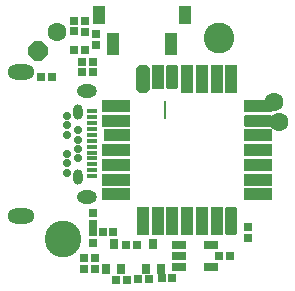
<source format=gbs>
G04 Layer_Color=16711935*
%FSLAX24Y24*%
%MOIN*%
G70*
G01*
G75*
%ADD53C,0.0630*%
%ADD75R,0.0283X0.0268*%
%ADD77R,0.0268X0.0283*%
%ADD78R,0.0283X0.0283*%
%ADD80R,0.0283X0.0283*%
%ADD81R,0.0256X0.0374*%
%ADD96C,0.0039*%
%ADD97C,0.1024*%
%ADD99O,0.0039X0.0639*%
%ADD100O,0.0316X0.0512*%
%ADD101C,0.0276*%
%ADD102O,0.0670X0.0434*%
%ADD103O,0.0906X0.0512*%
G04:AMPARAMS|DCode=104|XSize=63mil|YSize=63mil|CornerRadius=0mil|HoleSize=0mil|Usage=FLASHONLY|Rotation=45.000|XOffset=0mil|YOffset=0mil|HoleType=Round|Shape=Octagon|*
%AMOCTAGOND104*
4,1,8,0.0334,0.0111,0.0111,0.0334,-0.0111,0.0334,-0.0334,0.0111,-0.0334,-0.0111,-0.0111,-0.0334,0.0111,-0.0334,0.0334,-0.0111,0.0334,0.0111,0.0*
%
%ADD104OCTAGOND104*%

%ADD105R,0.0394X0.0748*%
%ADD106R,0.0394X0.0591*%
%ADD107R,0.0472X0.0256*%
%ADD108R,0.0335X0.0178*%
%ADD109R,0.0433X0.0945*%
G04:AMPARAMS|DCode=110|XSize=94.5mil|YSize=43.3mil|CornerRadius=11.8mil|HoleSize=0mil|Usage=FLASHONLY|Rotation=90.000|XOffset=0mil|YOffset=0mil|HoleType=Round|Shape=RoundedRectangle|*
%AMROUNDEDRECTD110*
21,1,0.0945,0.0197,0,0,90.0*
21,1,0.0709,0.0433,0,0,90.0*
1,1,0.0236,0.0098,0.0354*
1,1,0.0236,0.0098,-0.0354*
1,1,0.0236,-0.0098,-0.0354*
1,1,0.0236,-0.0098,0.0354*
%
%ADD110ROUNDEDRECTD110*%
%ADD111R,0.0945X0.0433*%
G04:AMPARAMS|DCode=112|XSize=94.5mil|YSize=43.3mil|CornerRadius=11.8mil|HoleSize=0mil|Usage=FLASHONLY|Rotation=180.000|XOffset=0mil|YOffset=0mil|HoleType=Round|Shape=RoundedRectangle|*
%AMROUNDEDRECTD112*
21,1,0.0945,0.0197,0,0,180.0*
21,1,0.0709,0.0433,0,0,180.0*
1,1,0.0236,-0.0354,0.0098*
1,1,0.0236,0.0354,0.0098*
1,1,0.0236,0.0354,-0.0098*
1,1,0.0236,-0.0354,-0.0098*
%
%ADD112ROUNDEDRECTD112*%
G04:AMPARAMS|DCode=113|XSize=82.7mil|YSize=43.3mil|CornerRadius=11.8mil|HoleSize=0mil|Usage=FLASHONLY|Rotation=270.000|XOffset=0mil|YOffset=0mil|HoleType=Round|Shape=RoundedRectangle|*
%AMROUNDEDRECTD113*
21,1,0.0827,0.0197,0,0,270.0*
21,1,0.0591,0.0433,0,0,270.0*
1,1,0.0236,-0.0098,-0.0295*
1,1,0.0236,-0.0098,0.0295*
1,1,0.0236,0.0098,0.0295*
1,1,0.0236,0.0098,-0.0295*
%
%ADD113ROUNDEDRECTD113*%
%ADD114R,0.0433X0.0827*%
G04:AMPARAMS|DCode=115|XSize=94.5mil|YSize=43.3mil|CornerRadius=0mil|HoleSize=0mil|Usage=FLASHONLY|Rotation=270.000|XOffset=0mil|YOffset=0mil|HoleType=Round|Shape=Octagon|*
%AMOCTAGOND115*
4,1,8,-0.0108,-0.0472,0.0108,-0.0472,0.0217,-0.0364,0.0217,0.0364,0.0108,0.0472,-0.0108,0.0472,-0.0217,0.0364,-0.0217,-0.0364,-0.0108,-0.0472,0.0*
%
%ADD115OCTAGOND115*%

%ADD116R,0.0866X0.0433*%
%ADD117C,0.1220*%
D53*
X4547Y748D02*
D03*
X4409Y1417D02*
D03*
X-2835Y3740D02*
D03*
D75*
X-1913Y4122D02*
D03*
Y3752D02*
D03*
X-1551Y3679D02*
D03*
Y3309D02*
D03*
X-1925Y-4161D02*
D03*
X-1925Y-3791D02*
D03*
X-1575Y-4161D02*
D03*
X-1575Y-3791D02*
D03*
D77*
X-1626Y2756D02*
D03*
X-1996D02*
D03*
X-1626Y2413D02*
D03*
X-1996D02*
D03*
X2941Y-3740D02*
D03*
X2571D02*
D03*
X-1905Y3130D02*
D03*
X-2275D02*
D03*
X-3377Y2247D02*
D03*
X-3007D02*
D03*
X-169Y-3351D02*
D03*
X-539D02*
D03*
X-874Y-4520D02*
D03*
X-504D02*
D03*
X-152Y-4508D02*
D03*
X218D02*
D03*
D78*
X-2272Y4114D02*
D03*
Y3760D02*
D03*
X3543Y-2776D02*
D03*
Y-3130D02*
D03*
X-1654Y-2657D02*
D03*
Y-2303D02*
D03*
Y-2933D02*
D03*
Y-3287D02*
D03*
D80*
X-965Y-2933D02*
D03*
X-1319D02*
D03*
X650Y-4460D02*
D03*
X1004D02*
D03*
D81*
X-945Y-3327D02*
D03*
X-1201Y-4154D02*
D03*
X-689D02*
D03*
X630D02*
D03*
X118D02*
D03*
X374Y-3327D02*
D03*
D96*
X394Y3543D02*
D03*
X-394D02*
D03*
D97*
X2559Y3543D02*
D03*
D99*
X748Y1142D02*
D03*
D100*
X-2141Y-1089D02*
D03*
Y1089D02*
D03*
D101*
X-2495Y945D02*
D03*
Y-945D02*
D03*
Y630D02*
D03*
Y-630D02*
D03*
Y315D02*
D03*
Y-315D02*
D03*
X-2141Y472D02*
D03*
Y-472D02*
D03*
Y157D02*
D03*
Y-158D02*
D03*
D102*
X-1846Y1772D02*
D03*
Y-1772D02*
D03*
D103*
X-4051Y2392D02*
D03*
Y-2392D02*
D03*
D104*
X-3482Y3091D02*
D03*
D105*
X-965Y3346D02*
D03*
X965D02*
D03*
D106*
X1437Y4291D02*
D03*
X-1437D02*
D03*
D107*
X1240Y-4099D02*
D03*
X1240Y-3725D02*
D03*
X1240Y-3351D02*
D03*
X2303D02*
D03*
Y-4099D02*
D03*
D108*
X-1678Y-1067D02*
D03*
Y-870D02*
D03*
Y-673D02*
D03*
Y-476D02*
D03*
Y-280D02*
D03*
Y-83D02*
D03*
Y114D02*
D03*
Y311D02*
D03*
Y508D02*
D03*
Y705D02*
D03*
Y902D02*
D03*
Y1098D02*
D03*
D109*
X20Y-2559D02*
D03*
X512D02*
D03*
X1004D02*
D03*
X1496D02*
D03*
X1988Y-2559D02*
D03*
X2480D02*
D03*
X2972Y2165D02*
D03*
X2480D02*
D03*
X1988D02*
D03*
X1496Y2165D02*
D03*
D110*
X2972Y-2559D02*
D03*
D111*
X3858Y-1673D02*
D03*
Y-1181D02*
D03*
Y-689D02*
D03*
X3858Y-197D02*
D03*
X3858Y295D02*
D03*
Y1280D02*
D03*
X-866Y1280D02*
D03*
X-866Y787D02*
D03*
X-866Y-197D02*
D03*
X-866Y-689D02*
D03*
Y-1181D02*
D03*
Y-1673D02*
D03*
D112*
X3858Y787D02*
D03*
D113*
X1004Y2224D02*
D03*
D114*
X512Y2224D02*
D03*
D115*
X20Y2165D02*
D03*
D116*
X-827Y295D02*
D03*
D117*
X-2638Y-3150D02*
D03*
M02*

</source>
